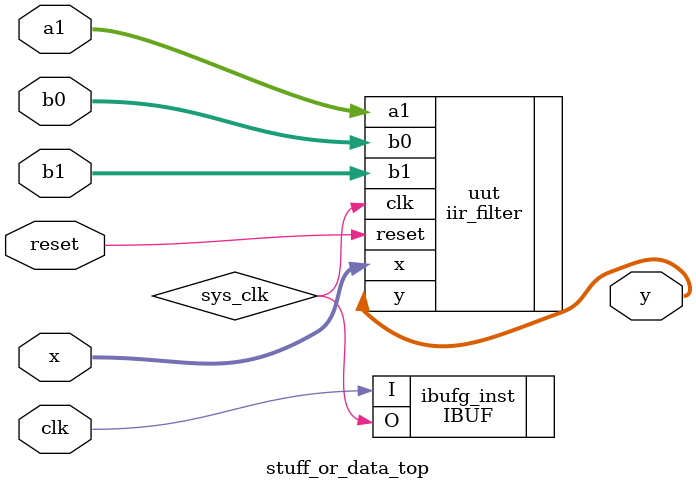
<source format=sv>
`timescale 1ns/1ns
module stuff_or_data_top
#(
    parameter WORD_LEN_IN = 17,
    parameter WORD_FRAC_IN = 16,
    parameter WORD_LEN_OUT = 17,
    parameter WORD_FRAC_OUT = 16,
    parameter WORD_LEN_COEF = 17,
    parameter WORD_FRAC_COEF = 16,
    parameter WORD_LEN_INTER = 17,
    parameter WORD_FRAC_INTER = 16
)
(
    input wire clk,
    input wire reset,
    input wire signed [WORD_LEN_IN-1:0]x,
    input wire signed [WORD_LEN_COEF-1:0]a1,b0,b1,
    output wire signed [WORD_LEN_OUT-1:0]y
);
    wire sys_clk;

    IBUF ibufg_inst
    (
        .I(clk),
        .O(sys_clk)
    );

    iir_filter 
    #(  .WORD_LEN_IN(WORD_LEN_IN),
        .WORD_FRAC_IN(WORD_FRAC_IN),
        .WORD_LEN_OUT(WORD_LEN_OUT),
        .WORD_FRAC_OUT(WORD_FRAC_OUT),
        .WORD_LEN_COEF(WORD_LEN_COEF),
        .WORD_FRAC_COEF(WORD_FRAC_COEF),
        .WORD_LEN_INTER(WORD_LEN_INTER),
        .WORD_FRAC_INTER(WORD_LEN_INTER)
        ) uut
    (
        .clk(sys_clk),
        .reset(reset),
        .x(x),
        .a1(a1),
        .b0(b0),
        .b1(b1),
        .y(y)
    );

endmodule
</source>
